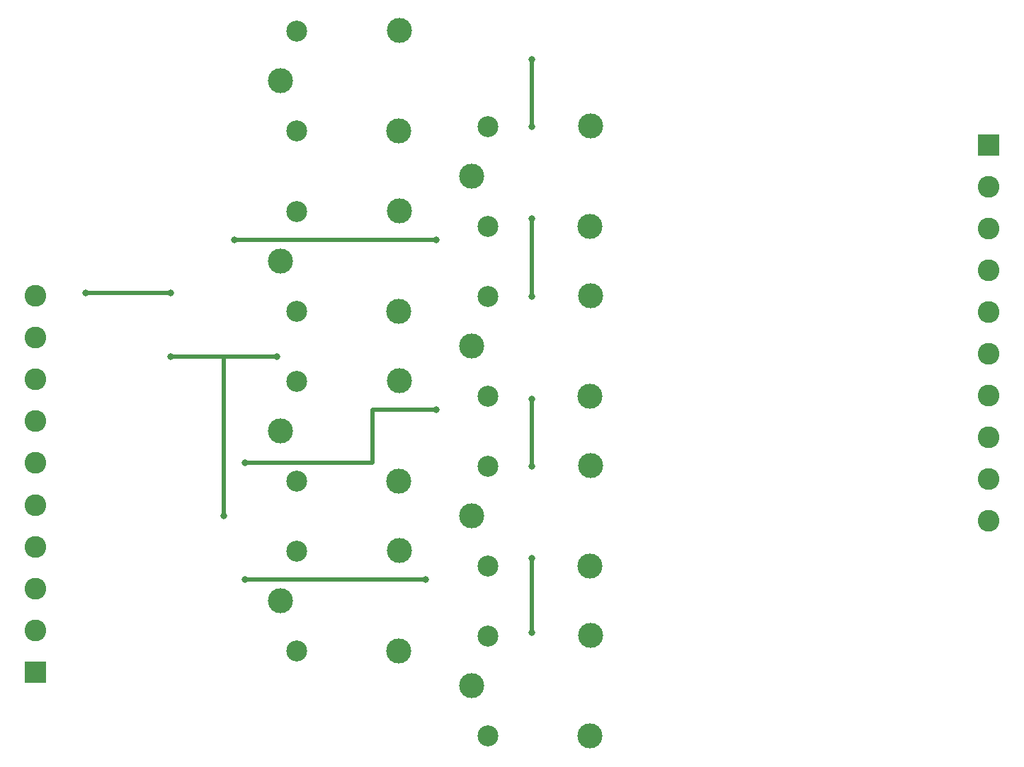
<source format=gbr>
%TF.GenerationSoftware,KiCad,Pcbnew,7.0.8*%
%TF.CreationDate,2024-12-20T13:03:20+01:00*%
%TF.ProjectId,NosacReleja,4e6f7361-6352-4656-9c65-6a612e6b6963,rev?*%
%TF.SameCoordinates,Original*%
%TF.FileFunction,Copper,L2,Bot*%
%TF.FilePolarity,Positive*%
%FSLAX46Y46*%
G04 Gerber Fmt 4.6, Leading zero omitted, Abs format (unit mm)*
G04 Created by KiCad (PCBNEW 7.0.8) date 2024-12-20 13:03:20*
%MOMM*%
%LPD*%
G01*
G04 APERTURE LIST*
%TA.AperFunction,ComponentPad*%
%ADD10C,3.000000*%
%TD*%
%TA.AperFunction,ComponentPad*%
%ADD11C,2.500000*%
%TD*%
%TA.AperFunction,ComponentPad*%
%ADD12R,2.600000X2.600000*%
%TD*%
%TA.AperFunction,ComponentPad*%
%ADD13C,2.600000*%
%TD*%
%TA.AperFunction,ViaPad*%
%ADD14C,0.800000*%
%TD*%
%TA.AperFunction,Conductor*%
%ADD15C,0.500000*%
%TD*%
G04 APERTURE END LIST*
D10*
%TO.P,K6,1*%
%TO.N,Net-(J2-Pin_9)*%
X98180000Y-97790000D03*
D11*
%TO.P,K6,2*%
%TO.N,Net-(J1-Pin_4)*%
X100130000Y-103840000D03*
D10*
%TO.P,K6,3*%
%TO.N,Net-(J2-Pin_6)*%
X112330000Y-103840000D03*
%TO.P,K6,4*%
%TO.N,unconnected-(K6-Pad4)*%
X112380000Y-91790000D03*
D11*
%TO.P,K6,5*%
%TO.N,Net-(J1-Pin_10)*%
X100130000Y-91840000D03*
%TD*%
D12*
%TO.P,J2,1,Pin_1*%
%TO.N,Net-(J2-Pin_1)*%
X160020000Y-53420000D03*
D13*
%TO.P,J2,2,Pin_2*%
%TO.N,Net-(J2-Pin_2)*%
X160020000Y-58420000D03*
%TO.P,J2,3,Pin_3*%
%TO.N,Net-(J2-Pin_3)*%
X160020000Y-63420000D03*
%TO.P,J2,4,Pin_4*%
%TO.N,Net-(J2-Pin_4)*%
X160020000Y-68420000D03*
%TO.P,J2,5,Pin_5*%
%TO.N,Net-(J2-Pin_5)*%
X160020000Y-73420000D03*
%TO.P,J2,6,Pin_6*%
%TO.N,Net-(J2-Pin_6)*%
X160020000Y-78420000D03*
%TO.P,J2,7,Pin_7*%
%TO.N,Net-(J2-Pin_7)*%
X160020000Y-83420000D03*
%TO.P,J2,8,Pin_8*%
%TO.N,Net-(J2-Pin_8)*%
X160020000Y-88420000D03*
%TO.P,J2,9,Pin_9*%
%TO.N,Net-(J2-Pin_9)*%
X160020000Y-93420000D03*
%TO.P,J2,10,Pin_10*%
%TO.N,unconnected-(J2-Pin_10-Pad10)*%
X160020000Y-98420000D03*
%TD*%
D10*
%TO.P,K8,1*%
%TO.N,Net-(J2-Pin_9)*%
X98180000Y-118110000D03*
D11*
%TO.P,K8,2*%
%TO.N,Net-(J1-Pin_2)*%
X100130000Y-124160000D03*
D10*
%TO.P,K8,3*%
%TO.N,Net-(J2-Pin_8)*%
X112330000Y-124160000D03*
%TO.P,K8,4*%
%TO.N,unconnected-(K8-Pad4)*%
X112380000Y-112110000D03*
D11*
%TO.P,K8,5*%
%TO.N,Net-(J1-Pin_10)*%
X100130000Y-112160000D03*
%TD*%
D10*
%TO.P,K3,1*%
%TO.N,Net-(J2-Pin_9)*%
X75320000Y-67310000D03*
D11*
%TO.P,K3,2*%
%TO.N,Net-(J1-Pin_7)*%
X77270000Y-73360000D03*
D10*
%TO.P,K3,3*%
%TO.N,Net-(J2-Pin_3)*%
X89470000Y-73360000D03*
%TO.P,K3,4*%
%TO.N,unconnected-(K3-Pad4)*%
X89520000Y-61310000D03*
D11*
%TO.P,K3,5*%
%TO.N,Net-(J1-Pin_10)*%
X77270000Y-61360000D03*
%TD*%
D12*
%TO.P,J1,1,Pin_1*%
%TO.N,unconnected-(J1-Pin_1-Pad1)*%
X46025000Y-116480000D03*
D13*
%TO.P,J1,2,Pin_2*%
%TO.N,Net-(J1-Pin_2)*%
X46025000Y-111480000D03*
%TO.P,J1,3,Pin_3*%
%TO.N,Net-(J1-Pin_3)*%
X46025000Y-106480000D03*
%TO.P,J1,4,Pin_4*%
%TO.N,Net-(J1-Pin_4)*%
X46025000Y-101480000D03*
%TO.P,J1,5,Pin_5*%
%TO.N,Net-(J1-Pin_5)*%
X46025000Y-96480000D03*
%TO.P,J1,6,Pin_6*%
%TO.N,Net-(J1-Pin_6)*%
X46025000Y-91480000D03*
%TO.P,J1,7,Pin_7*%
%TO.N,Net-(J1-Pin_7)*%
X46025000Y-86480000D03*
%TO.P,J1,8,Pin_8*%
%TO.N,Net-(J1-Pin_8)*%
X46025000Y-81480000D03*
%TO.P,J1,9,Pin_9*%
%TO.N,Net-(J1-Pin_9)*%
X46025000Y-76480000D03*
%TO.P,J1,10,Pin_10*%
%TO.N,Net-(J1-Pin_10)*%
X46025000Y-71480000D03*
%TD*%
D10*
%TO.P,K5,1*%
%TO.N,Net-(J2-Pin_9)*%
X75320000Y-87630000D03*
D11*
%TO.P,K5,2*%
%TO.N,Net-(J1-Pin_5)*%
X77270000Y-93680000D03*
D10*
%TO.P,K5,3*%
%TO.N,Net-(J2-Pin_5)*%
X89470000Y-93680000D03*
%TO.P,K5,4*%
%TO.N,unconnected-(K5-Pad4)*%
X89520000Y-81630000D03*
D11*
%TO.P,K5,5*%
%TO.N,Net-(J1-Pin_10)*%
X77270000Y-81680000D03*
%TD*%
D10*
%TO.P,K1,1*%
%TO.N,Net-(J2-Pin_9)*%
X75320000Y-45720000D03*
D11*
%TO.P,K1,2*%
%TO.N,Net-(J1-Pin_9)*%
X77270000Y-51770000D03*
D10*
%TO.P,K1,3*%
%TO.N,Net-(J2-Pin_1)*%
X89470000Y-51770000D03*
%TO.P,K1,4*%
%TO.N,unconnected-(K1-Pad4)*%
X89520000Y-39720000D03*
D11*
%TO.P,K1,5*%
%TO.N,Net-(J1-Pin_10)*%
X77270000Y-39770000D03*
%TD*%
D10*
%TO.P,K2,1*%
%TO.N,Net-(J2-Pin_9)*%
X98180000Y-57150000D03*
D11*
%TO.P,K2,2*%
%TO.N,Net-(J1-Pin_8)*%
X100130000Y-63200000D03*
D10*
%TO.P,K2,3*%
%TO.N,Net-(J2-Pin_2)*%
X112330000Y-63200000D03*
%TO.P,K2,4*%
%TO.N,unconnected-(K2-Pad4)*%
X112380000Y-51150000D03*
D11*
%TO.P,K2,5*%
%TO.N,Net-(J1-Pin_10)*%
X100130000Y-51200000D03*
%TD*%
D10*
%TO.P,K7,1*%
%TO.N,Net-(J2-Pin_9)*%
X75320000Y-107950000D03*
D11*
%TO.P,K7,2*%
%TO.N,Net-(J1-Pin_3)*%
X77270000Y-114000000D03*
D10*
%TO.P,K7,3*%
%TO.N,Net-(J2-Pin_7)*%
X89470000Y-114000000D03*
%TO.P,K7,4*%
%TO.N,unconnected-(K7-Pad4)*%
X89520000Y-101950000D03*
D11*
%TO.P,K7,5*%
%TO.N,Net-(J1-Pin_10)*%
X77270000Y-102000000D03*
%TD*%
D10*
%TO.P,K4,1*%
%TO.N,Net-(J2-Pin_9)*%
X98180000Y-77470000D03*
D11*
%TO.P,K4,2*%
%TO.N,Net-(J1-Pin_6)*%
X100130000Y-83520000D03*
D10*
%TO.P,K4,3*%
%TO.N,Net-(J2-Pin_4)*%
X112330000Y-83520000D03*
%TO.P,K4,4*%
%TO.N,unconnected-(K4-Pad4)*%
X112380000Y-71470000D03*
D11*
%TO.P,K4,5*%
%TO.N,Net-(J1-Pin_10)*%
X100130000Y-71520000D03*
%TD*%
D14*
%TO.N,Net-(J1-Pin_4)*%
X92710000Y-105410000D03*
X71120000Y-105410000D03*
%TO.N,Net-(J1-Pin_6)*%
X93980000Y-85090000D03*
X71120000Y-91440000D03*
%TO.N,Net-(J1-Pin_8)*%
X93980000Y-64770000D03*
X69850000Y-64770000D03*
%TO.N,Net-(J1-Pin_10)*%
X105410000Y-71520000D03*
X105410000Y-102870000D03*
X52070000Y-71120000D03*
X68580000Y-97790000D03*
X105410000Y-111760000D03*
X62230000Y-71120000D03*
X62230000Y-71120000D03*
X62230000Y-78740000D03*
X105410000Y-83820000D03*
X62230000Y-71120000D03*
X105410000Y-62230000D03*
X74930000Y-78740000D03*
X105410000Y-43180000D03*
X52070000Y-71120000D03*
X52070000Y-71120000D03*
X105410000Y-51200000D03*
X105410000Y-91840000D03*
%TD*%
D15*
%TO.N,Net-(J1-Pin_4)*%
X92710000Y-105410000D02*
X71120000Y-105410000D01*
%TO.N,Net-(J1-Pin_6)*%
X93980000Y-85090000D02*
X86360000Y-85090000D01*
X86360000Y-91440000D02*
X71120000Y-91440000D01*
X86360000Y-85090000D02*
X86360000Y-91440000D01*
%TO.N,Net-(J1-Pin_8)*%
X93980000Y-64770000D02*
X69850000Y-64770000D01*
%TO.N,Net-(J1-Pin_10)*%
X68580000Y-97790000D02*
X68580000Y-78740000D01*
X105410000Y-111760000D02*
X105410000Y-102870000D01*
X105410000Y-71520000D02*
X105410000Y-62230000D01*
X62230000Y-71120000D02*
X52070000Y-71120000D01*
X105410000Y-91840000D02*
X105410000Y-83820000D01*
X68580000Y-78740000D02*
X74930000Y-78740000D01*
X62230000Y-78740000D02*
X68580000Y-78740000D01*
X105410000Y-51200000D02*
X105410000Y-43180000D01*
%TD*%
M02*

</source>
